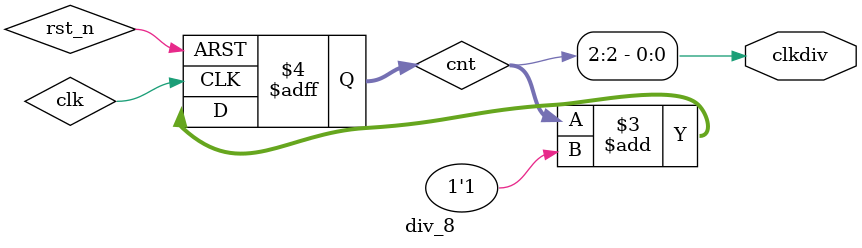
<source format=v>

module div_8(clkdiv);

output clkdiv;

reg [2:0] cnt;

always@(posedge clk or negedge rst_n)
begin	
	if(!rst_n) cnt <= 3'd0;
	else cnt <= cnt + 1'b1;
end	

assign clkdiv = cnt[2];

endmodule
</source>
